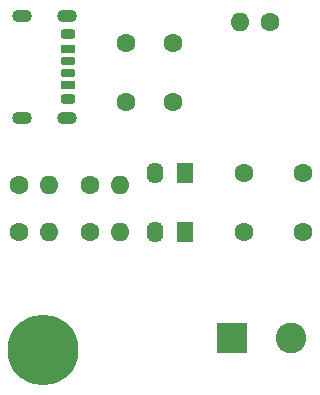
<source format=gts>
G04 Layer: TopSolderMaskLayer*
G04 EasyEDA Pro v2.2.27.1, 2024-09-15 10:59:50*
G04 Gerber Generator version 0.3*
G04 Scale: 100 percent, Rotated: No, Reflected: No*
G04 Dimensions in millimeters*
G04 Leading zeros omitted, absolute positions, 3 integers and 5 decimals*
%TF.GenerationSoftware,KiCad,Pcbnew,8.0.5*%
%TF.CreationDate,2024-10-25T22:44:06+08:00*%
%TF.ProjectId,TP4056_Lithium_battery_charging,54503430-3536-45f4-9c69-746869756d5f,rev?*%
%TF.SameCoordinates,Original*%
%TF.FileFunction,Soldermask,Top*%
%TF.FilePolarity,Negative*%
%FSLAX46Y46*%
G04 Gerber Fmt 4.6, Leading zero omitted, Abs format (unit mm)*
G04 Created by KiCad (PCBNEW 8.0.5) date 2024-10-25 22:44:06*
%MOMM*%
%LPD*%
G01*
G04 APERTURE LIST*
G04 Aperture macros list*
%AMRoundRect*
0 Rectangle with rounded corners*
0 $1 Rounding radius*
0 $2 $3 $4 $5 $6 $7 $8 $9 X,Y pos of 4 corners*
0 Add a 4 corners polygon primitive as box body*
4,1,4,$2,$3,$4,$5,$6,$7,$8,$9,$2,$3,0*
0 Add four circle primitives for the rounded corners*
1,1,$1+$1,$2,$3*
1,1,$1+$1,$4,$5*
1,1,$1+$1,$6,$7*
1,1,$1+$1,$8,$9*
0 Add four rect primitives between the rounded corners*
20,1,$1+$1,$2,$3,$4,$5,0*
20,1,$1+$1,$4,$5,$6,$7,0*
20,1,$1+$1,$6,$7,$8,$9,0*
20,1,$1+$1,$8,$9,$2,$3,0*%
G04 Aperture macros list end*
%ADD10O,1.700000X1.100000*%
%ADD11RoundRect,0.200000X-0.400000X0.200000X-0.400000X-0.200000X0.400000X-0.200000X0.400000X0.200000X0*%
%ADD12RoundRect,0.190000X-0.410000X0.190000X-0.410000X-0.190000X0.410000X-0.190000X0.410000X0.190000X0*%
%ADD13RoundRect,0.175000X0.425000X-0.175000X0.425000X0.175000X-0.425000X0.175000X-0.425000X-0.175000X0*%
%ADD14RoundRect,0.200000X0.400000X-0.200000X0.400000X0.200000X-0.400000X0.200000X-0.400000X-0.200000X0*%
%ADD15RoundRect,0.190000X0.410000X-0.190000X0.410000X0.190000X-0.410000X0.190000X-0.410000X-0.190000X0*%
%ADD16RoundRect,0.175000X-0.425000X0.175000X-0.425000X-0.175000X0.425000X-0.175000X0.425000X0.175000X0*%
%ADD17C,1.600000*%
%ADD18O,1.600000X1.600000*%
%ADD19R,2.600000X2.600000*%
%ADD20C,2.600000*%
%ADD21R,1.400000X1.800000*%
%ADD22O,1.400000X1.800000*%
%ADD23C,6.000000*%
G04 APERTURE END LIST*
D10*
%TO.C,USB1*%
X103200000Y-110320000D03*
X107000000Y-110320000D03*
X103200000Y-101680000D03*
X107000000Y-101680000D03*
D11*
X107080000Y-103250000D03*
D12*
X107080000Y-104480000D03*
D13*
X107080000Y-106500000D03*
D14*
X107080000Y-108750000D03*
D15*
X107080000Y-107520000D03*
D16*
X107080000Y-105500000D03*
%TD*%
D17*
%TO.C,R5*%
X109000000Y-116000000D03*
D18*
X111540000Y-116000000D03*
%TD*%
%TO.C,R4*%
X105540000Y-120000000D03*
D17*
X103000000Y-120000000D03*
%TD*%
%TO.C,R3*%
X103000000Y-116000000D03*
D18*
X105540000Y-116000000D03*
%TD*%
D17*
%TO.C,R2*%
X109000000Y-120000000D03*
D18*
X111540000Y-120000000D03*
%TD*%
D17*
%TO.C,R1*%
X124245000Y-102200000D03*
D18*
X121705000Y-102200000D03*
%TD*%
D19*
%TO.C,P1*%
X121000000Y-129000000D03*
D20*
X126000000Y-129000000D03*
%TD*%
D21*
%TO.C,LED2*%
X117000000Y-115000000D03*
D22*
X114460000Y-115000000D03*
%TD*%
D21*
%TO.C,LED1*%
X117000000Y-120000000D03*
D22*
X114460000Y-120000000D03*
%TD*%
D23*
%TO.C,H1*%
X105000000Y-130000000D03*
%TD*%
D17*
%TO.C,C5*%
X116000000Y-109000000D03*
X116000000Y-104000000D03*
%TD*%
%TO.C,C4*%
X112000000Y-109000000D03*
X112000000Y-104000000D03*
%TD*%
%TO.C,C2*%
X127000000Y-120000000D03*
X122000000Y-120000000D03*
%TD*%
%TO.C,C1*%
X127000000Y-115000000D03*
X122000000Y-115000000D03*
%TD*%
M02*

</source>
